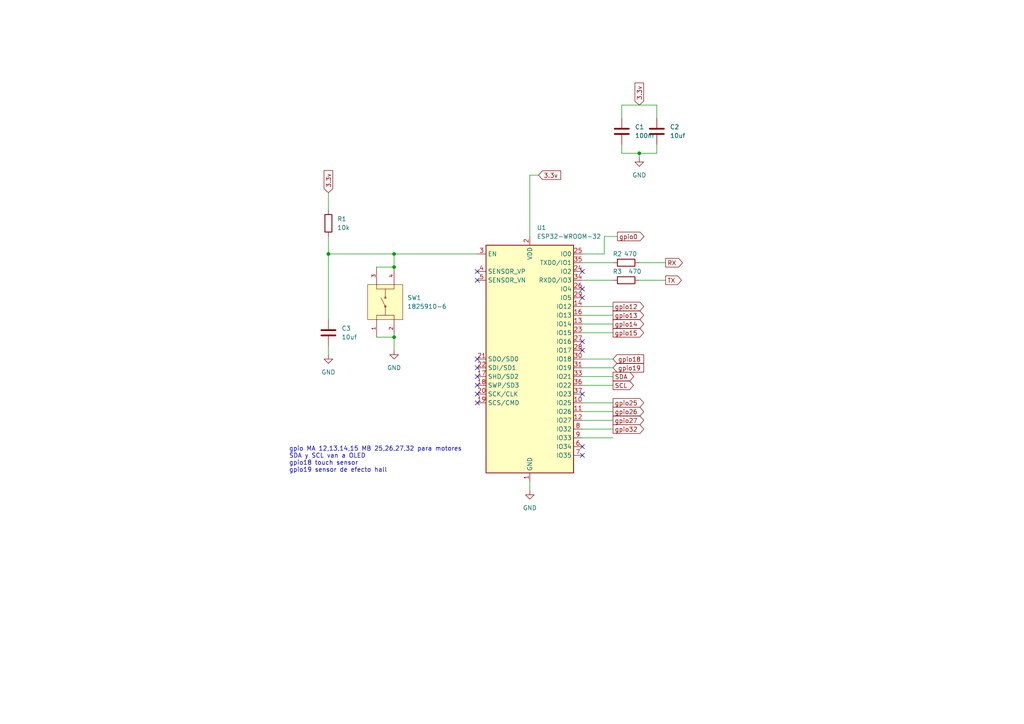
<source format=kicad_sch>
(kicad_sch (version 20211123) (generator eeschema)
  (paper "A4")
  (lib_symbols
    (symbol "1825910-6:1825910-6" (pin_names (offset 1.016) hide)
      (property "Reference" "SW" (at -5.08 5.842 0))
      (property "Value" "1825910-6" (at -5.08 -7.62 0))
      (symbol "1825910-6_0_0"
        (rectangle (start -5.08 -5.08) (end 5.08 5.08) (stroke (width 0.127)) (fill (type background)))
        (circle (center -1.27 0) (radius 0.254) (stroke (width 0.127)))
        (polyline (pts (xy -5.08 2.54) (xy -3.81 2.54)) (stroke (width 0.127)))
        (polyline (pts (xy -3.81 -2.54) (xy -5.08 -2.54)) (stroke (width 0.127)))
        (polyline (pts (xy -3.81 0) (xy -3.81 -2.54)) (stroke (width 0.127)))
        (polyline (pts (xy -3.81 0) (xy -1.27 0)) (stroke (width 0.127)))
        (polyline (pts (xy -3.81 2.54) (xy -3.81 0)) (stroke (width 0.127)))
        (polyline (pts (xy -1.27 0) (xy 1.27 1.27)) (stroke (width 0.127)))
        (polyline (pts (xy 1.27 0) (xy 3.81 0)) (stroke (width 0.127)))
        (polyline (pts (xy 3.81 -2.54) (xy 5.08 -2.54)) (stroke (width 0.127)))
        (polyline (pts (xy 3.81 0) (xy 3.81 -2.54)) (stroke (width 0.127)))
        (polyline (pts (xy 3.81 0) (xy 3.81 2.54)) (stroke (width 0.127)))
        (polyline (pts (xy 3.81 2.54) (xy 5.08 2.54)) (stroke (width 0.127)))
        (circle (center 1.27 0) (radius 0.254) (stroke (width 0.127)))
        (pin passive line (at -10.16 2.54 0) (length 5.08) (name "~") (number "1"))
        (pin passive line (at -10.16 -2.54 0) (length 5.08) (name "~") (number "2"))
        (pin passive line (at 10.16 2.54 180) (length 5.08) (name "~") (number "3"))
        (pin passive line (at 10.16 -2.54 180) (length 5.08) (name "~") (number "4"))
      )
    )
    (symbol "Device:C" (pin_numbers hide) (pin_names (offset 0.254))
      (property "Reference" "C" (at 0.635 2.54 0))
      (property "Value" "C" (at 0.635 -2.54 0))
      (symbol "C_0_1"
        (polyline (pts (xy -2.032 -0.762) (xy 2.032 -0.762)) (stroke (width 0.508)))
        (polyline (pts (xy -2.032 0.762) (xy 2.032 0.762)) (stroke (width 0.508)))
      )
      (symbol "C_1_1"
        (pin passive line (at 0 3.81 270) (length 2.794) (name "~") (number "1"))
        (pin passive line (at 0 -3.81 90) (length 2.794) (name "~") (number "2"))
      )
    )
    (symbol "Device:R" (pin_numbers hide) (pin_names (offset 0))
      (property "Reference" "R" (at 2.032 0 90))
      (property "Value" "R" (at 0 0 90))
      (symbol "R_0_1"
        (rectangle (start -1.016 -2.54) (end 1.016 2.54) (stroke (width 0.254)))
      )
      (symbol "R_1_1"
        (pin passive line (at 0 3.81 270) (length 1.27) (name "~") (number "1"))
        (pin passive line (at 0 -3.81 90) (length 1.27) (name "~") (number "2"))
      )
    )
    (symbol "RF_Module:ESP32-WROOM-32"
      (property "Reference" "U" (at -12.7 34.29 0))
      (property "Value" "ESP32-WROOM-32" (at 1.27 34.29 0))
      (symbol "ESP32-WROOM-32_0_1"
        (rectangle (start -12.7 33.02) (end 12.7 -33.02) (stroke (width 0.254)) (fill (type background)))
      )
      (symbol "ESP32-WROOM-32_1_1"
        (pin power_in line (at 0 -35.56 90) (length 2.54) (name "GND") (number "1"))
        (pin bidirectional line (at 15.24 -12.7 180) (length 2.54) (name "IO25") (number "10"))
        (pin bidirectional line (at 15.24 -15.24 180) (length 2.54) (name "IO26") (number "11"))
        (pin bidirectional line (at 15.24 -17.78 180) (length 2.54) (name "IO27") (number "12"))
        (pin bidirectional line (at 15.24 10.16 180) (length 2.54) (name "IO14") (number "13"))
        (pin bidirectional line (at 15.24 15.24 180) (length 2.54) (name "IO12") (number "14"))
        (pin passive line (at 0 -35.56 90) (length 2.54) hide (name "GND") (number "15"))
        (pin bidirectional line (at 15.24 12.7 180) (length 2.54) (name "IO13") (number "16"))
        (pin bidirectional line (at -15.24 -5.08 0) (length 2.54) (name "SHD/SD2") (number "17"))
        (pin bidirectional line (at -15.24 -7.62 0) (length 2.54) (name "SWP/SD3") (number "18"))
        (pin bidirectional line (at -15.24 -12.7 0) (length 2.54) (name "SCS/CMD") (number "19"))
        (pin power_in line (at 0 35.56 270) (length 2.54) (name "VDD") (number "2"))
        (pin bidirectional line (at -15.24 -10.16 0) (length 2.54) (name "SCK/CLK") (number "20"))
        (pin bidirectional line (at -15.24 0 0) (length 2.54) (name "SDO/SD0") (number "21"))
        (pin bidirectional line (at -15.24 -2.54 0) (length 2.54) (name "SDI/SD1") (number "22"))
        (pin bidirectional line (at 15.24 7.62 180) (length 2.54) (name "IO15") (number "23"))
        (pin bidirectional line (at 15.24 25.4 180) (length 2.54) (name "IO2") (number "24"))
        (pin bidirectional line (at 15.24 30.48 180) (length 2.54) (name "IO0") (number "25"))
        (pin bidirectional line (at 15.24 20.32 180) (length 2.54) (name "IO4") (number "26"))
        (pin bidirectional line (at 15.24 5.08 180) (length 2.54) (name "IO16") (number "27"))
        (pin bidirectional line (at 15.24 2.54 180) (length 2.54) (name "IO17") (number "28"))
        (pin bidirectional line (at 15.24 17.78 180) (length 2.54) (name "IO5") (number "29"))
        (pin input line (at -15.24 30.48 0) (length 2.54) (name "EN") (number "3"))
        (pin bidirectional line (at 15.24 0 180) (length 2.54) (name "IO18") (number "30"))
        (pin bidirectional line (at 15.24 -2.54 180) (length 2.54) (name "IO19") (number "31"))
        (pin no_connect line (at -12.7 -27.94 0) (length 2.54) hide (name "NC") (number "32"))
        (pin bidirectional line (at 15.24 -5.08 180) (length 2.54) (name "IO21") (number "33"))
        (pin bidirectional line (at 15.24 22.86 180) (length 2.54) (name "RXD0/IO3") (number "34"))
        (pin bidirectional line (at 15.24 27.94 180) (length 2.54) (name "TXD0/IO1") (number "35"))
        (pin bidirectional line (at 15.24 -7.62 180) (length 2.54) (name "IO22") (number "36"))
        (pin bidirectional line (at 15.24 -10.16 180) (length 2.54) (name "IO23") (number "37"))
        (pin passive line (at 0 -35.56 90) (length 2.54) hide (name "GND") (number "38"))
        (pin passive line (at 0 -35.56 90) (length 2.54) hide (name "GND") (number "39"))
        (pin input line (at -15.24 25.4 0) (length 2.54) (name "SENSOR_VP") (number "4"))
        (pin input line (at -15.24 22.86 0) (length 2.54) (name "SENSOR_VN") (number "5"))
        (pin input line (at 15.24 -25.4 180) (length 2.54) (name "IO34") (number "6"))
        (pin input line (at 15.24 -27.94 180) (length 2.54) (name "IO35") (number "7"))
        (pin bidirectional line (at 15.24 -20.32 180) (length 2.54) (name "IO32") (number "8"))
        (pin bidirectional line (at 15.24 -22.86 180) (length 2.54) (name "IO33") (number "9"))
      )
    )
    (symbol "power:GND" (power) (pin_names (offset 0))
      (property "Value" "GND" (at 0 -3.81 0))
      (symbol "GND_0_1"
        (polyline (pts (xy 0 0) (xy 0 -1.27) (xy 1.27 -1.27) (xy 0 -2.54) (xy -1.27 -1.27) (xy 0 -1.27)))
      )
      (symbol "GND_1_1"
        (pin power_in line (at 0 0 270) (length 0) hide (name "GND") (number "1"))
      )
    )
  )
  (junction (at 114.3 97.79))
  (junction (at 95.25 73.66))
  (junction (at 114.3 77.47))
  (junction (at 114.3 73.66))
  (junction (at 185.42 44.45))
  (no_connect (at 138.43 109.22))
  (no_connect (at 138.43 106.68))
  (no_connect (at 138.43 104.14))
  (no_connect (at 138.43 81.28))
  (no_connect (at 138.43 78.74))
  (no_connect (at 168.91 99.06))
  (no_connect (at 168.91 114.3))
  (no_connect (at 138.43 111.76))
  (no_connect (at 168.91 129.54))
  (no_connect (at 168.91 132.08))
  (no_connect (at 138.43 116.84))
  (no_connect (at 138.43 114.3))
  (no_connect (at 168.91 101.6))
  (no_connect (at 168.91 86.36))
  (no_connect (at 168.91 78.74))
  (no_connect (at 168.91 83.82))
  (wire (pts (xy 168.91 76.2) (xy 177.8 76.2)))
  (wire (pts (xy 180.34 34.29) (xy 180.34 30.48)))
  (wire (pts (xy 114.3 97.79) (xy 114.3 101.6)))
  (wire (pts (xy 153.67 139.7) (xy 153.67 142.24)))
  (wire (pts (xy 114.3 73.66) (xy 138.43 73.66)))
  (wire (pts (xy 109.22 97.79) (xy 114.3 97.79)))
  (wire (pts (xy 168.91 124.46) (xy 177.8 124.46)))
  (wire (pts (xy 168.91 96.52) (xy 177.8 96.52)))
  (wire (pts (xy 168.91 88.9) (xy 177.8 88.9)))
  (wire (pts (xy 190.5 41.91) (xy 190.5 44.45)))
  (wire (pts (xy 185.42 81.28) (xy 193.04 81.28)))
  (wire (pts (xy 168.91 111.76) (xy 177.8 111.76)))
  (wire (pts (xy 175.26 68.58) (xy 179.07 68.58)))
  (wire (pts (xy 168.91 109.22) (xy 177.8 109.22)))
  (wire (pts (xy 153.67 50.8) (xy 156.21 50.8)))
  (wire (pts (xy 168.91 73.66) (xy 175.26 73.66)))
  (wire (pts (xy 168.91 93.98) (xy 177.8 93.98)))
  (wire (pts (xy 153.67 68.58) (xy 153.67 50.8)))
  (wire (pts (xy 180.34 44.45) (xy 185.42 44.45)))
  (wire (pts (xy 95.25 73.66) (xy 95.25 68.58)))
  (wire (pts (xy 185.42 44.45) (xy 185.42 45.72)))
  (wire (pts (xy 95.25 73.66) (xy 114.3 73.66)))
  (wire (pts (xy 168.91 104.14) (xy 177.8 104.14)))
  (wire (pts (xy 168.91 106.68) (xy 177.8 106.68)))
  (wire (pts (xy 95.25 100.33) (xy 95.25 102.87)))
  (wire (pts (xy 168.91 91.44) (xy 177.8 91.44)))
  (wire (pts (xy 168.91 81.28) (xy 177.8 81.28)))
  (wire (pts (xy 109.22 77.47) (xy 114.3 77.47)))
  (wire (pts (xy 185.42 76.2) (xy 193.04 76.2)))
  (wire (pts (xy 114.3 73.66) (xy 114.3 77.47)))
  (wire (pts (xy 168.91 116.84) (xy 177.8 116.84)))
  (wire (pts (xy 175.26 73.66) (xy 175.26 68.58)))
  (wire (pts (xy 168.91 121.92) (xy 177.8 121.92)))
  (wire (pts (xy 168.91 127) (xy 177.8 127)))
  (wire (pts (xy 95.25 92.71) (xy 95.25 73.66)))
  (wire (pts (xy 95.25 55.88) (xy 95.25 60.96)))
  (wire (pts (xy 180.34 41.91) (xy 180.34 44.45)))
  (wire (pts (xy 185.42 44.45) (xy 190.5 44.45)))
  (wire (pts (xy 190.5 34.29) (xy 190.5 30.48)))
  (wire (pts (xy 168.91 119.38) (xy 177.8 119.38)))
  (wire (pts (xy 180.34 30.48) (xy 190.5 30.48)))
  (text "gpio MA 12,13,14,15 MB 25,26,27,32 para motores\nSDA y SCL van a OLED\ngpio18 touch sensor\ngpio19 sensor de efecto hall" (at 83.82 137.16 0) (effects (font (size 1.27 1.27)) (justify left bottom)))
  (global_label "SCL" (shape output) (at 177.8 111.76 0) (property "Intersheet References" "${INTERSHEET_REFS}" (effects hide)))
  (global_label "gpio14" (shape output) (at 177.8 93.98 0) (property "Intersheet References" "${INTERSHEET_REFS}" (effects hide)))
  (global_label "3.3v" (shape input) (at 95.25 55.88 90) (property "Intersheet References" "${INTERSHEET_REFS}" (effects hide)))
  (global_label "RX" (shape output) (at 193.04 76.2 0) (property "Intersheet References" "${INTERSHEET_REFS}" (effects hide)))
  (global_label "TX" (shape output) (at 193.04 81.28 0) (property "Intersheet References" "${INTERSHEET_REFS}" (effects hide)))
  (global_label "gpio27" (shape output) (at 177.8 121.92 0) (property "Intersheet References" "${INTERSHEET_REFS}" (effects hide)))
  (global_label "gpio13" (shape output) (at 177.8 91.44 0) (property "Intersheet References" "${INTERSHEET_REFS}" (effects hide)))
  (global_label "gpio18" (shape input) (at 177.8 104.14 0) (property "Intersheet References" "${INTERSHEET_REFS}" (effects hide)))
  (global_label "gpio12" (shape output) (at 177.8 88.9 0) (property "Intersheet References" "${INTERSHEET_REFS}" (effects hide)))
  (global_label "gpio15" (shape output) (at 177.8 96.52 0) (property "Intersheet References" "${INTERSHEET_REFS}" (effects hide)))
  (global_label "gpio0" (shape output) (at 179.07 68.58 0) (property "Intersheet References" "${INTERSHEET_REFS}" (effects hide)))
  (global_label "SDA" (shape output) (at 177.8 109.22 0) (property "Intersheet References" "${INTERSHEET_REFS}" (effects hide)))
  (global_label "gpio32" (shape output) (at 177.8 124.46 0) (property "Intersheet References" "${INTERSHEET_REFS}" (effects hide)))
  (global_label "3.3v" (shape input) (at 156.21 50.8 0) (property "Intersheet References" "${INTERSHEET_REFS}" (effects hide)))
  (global_label "gpio19" (shape input) (at 177.8 106.68 0) (property "Intersheet References" "${INTERSHEET_REFS}" (effects hide)))
  (global_label "gpio25" (shape output) (at 177.8 116.84 0) (property "Intersheet References" "${INTERSHEET_REFS}" (effects hide)))
  (global_label "gpio26" (shape output) (at 177.8 119.38 0) (property "Intersheet References" "${INTERSHEET_REFS}" (effects hide)))
  (global_label "3.3v" (shape input) (at 185.42 30.48 90) (property "Intersheet References" "${INTERSHEET_REFS}" (effects hide)))
  (symbol (lib_id "power:GND") (at 153.67 142.24 0) (unit 1)
    (property "Reference" "#PWR?" (effects hide))
    (property "Value" "GND" (at 153.67 147.32 0))
  )
  (symbol (lib_id "power:GND") (at 185.42 45.72 0) (unit 1)
    (property "Reference" "#PWR?" (effects hide))
    (property "Value" "GND" (at 185.42 50.8 0))
  )
  (symbol (lib_id "Device:R") (at 181.61 81.28 90) (unit 1)
    (property "Reference" "R3" (at 179.07 78.74 90))
    (property "Value" "470" (at 184.15 78.74 90))
  )
  (symbol (lib_id "power:GND") (at 114.3 101.6 0) (unit 1)
    (property "Reference" "#PWR?" (effects hide))
    (property "Value" "GND" (at 114.3 106.68 0))
  )
  (symbol (lib_id "1825910-6:1825910-6") (at 111.76 87.63 90) (unit 1)
    (property "Reference" "SW1" (at 118.11 86.3599 90) (effects (justify right)))
    (property "Value" "1825910-6" (at 118.11 88.8999 90) (effects (justify right)))
    (property "Footprint" "1825910-6:SW_1825910-6-4" (effects hide))
    (property "Comment" "1825910-6" (effects hide))
    (property "EU_RoHS_Compliance" "Compliant" (effects hide))
  )
  (symbol (lib_id "Device:R") (at 95.25 64.77 0) (unit 1)
    (property "Reference" "R1" (at 97.79 63.4999 0) (effects (justify left)))
    (property "Value" "10k" (at 97.79 66.0399 0) (effects (justify left)))
  )
  (symbol (lib_id "RF_Module:ESP32-WROOM-32") (at 153.67 104.14 0) (unit 1)
    (property "Reference" "U1" (at 155.6894 66.04 0) (effects (justify left)))
    (property "Value" "ESP32-WROOM-32" (at 155.6894 68.58 0) (effects (justify left)))
    (property "Footprint" "RF_Module:ESP32-WROOM-32" (effects hide))
    (property "Datasheet" "https://www.espressif.com/sites/default/files/documentation/esp32-wroom-32_datasheet_en.pdf" (effects hide))
  )
  (symbol (lib_id "Device:C") (at 180.34 38.1 0) (unit 1)
    (property "Reference" "C1" (at 184.15 36.8299 0) (effects (justify left)))
    (property "Value" "100nf" (at 184.15 39.3699 0) (effects (justify left)))
  )
  (symbol (lib_id "Device:C") (at 190.5 38.1 0) (unit 1)
    (property "Reference" "C2" (at 194.31 36.8299 0) (effects (justify left)))
    (property "Value" "10uf" (at 194.31 39.3699 0) (effects (justify left)))
  )
  (symbol (lib_id "Device:R") (at 181.61 76.2 90) (unit 1)
    (property "Reference" "R2" (at 179.07 73.66 90))
    (property "Value" "470" (at 182.88 73.66 90))
  )
  (symbol (lib_id "Device:C") (at 95.25 96.52 0) (unit 1)
    (property "Reference" "C3" (at 99.06 95.2499 0) (effects (justify left)))
    (property "Value" "10uf" (at 99.06 97.7899 0) (effects (justify left)))
  )
  (symbol (lib_id "power:GND") (at 95.25 102.87 0) (unit 1)
    (property "Reference" "#PWR?" (effects hide))
    (property "Value" "GND" (at 95.25 107.95 0))
  )
)
</source>
